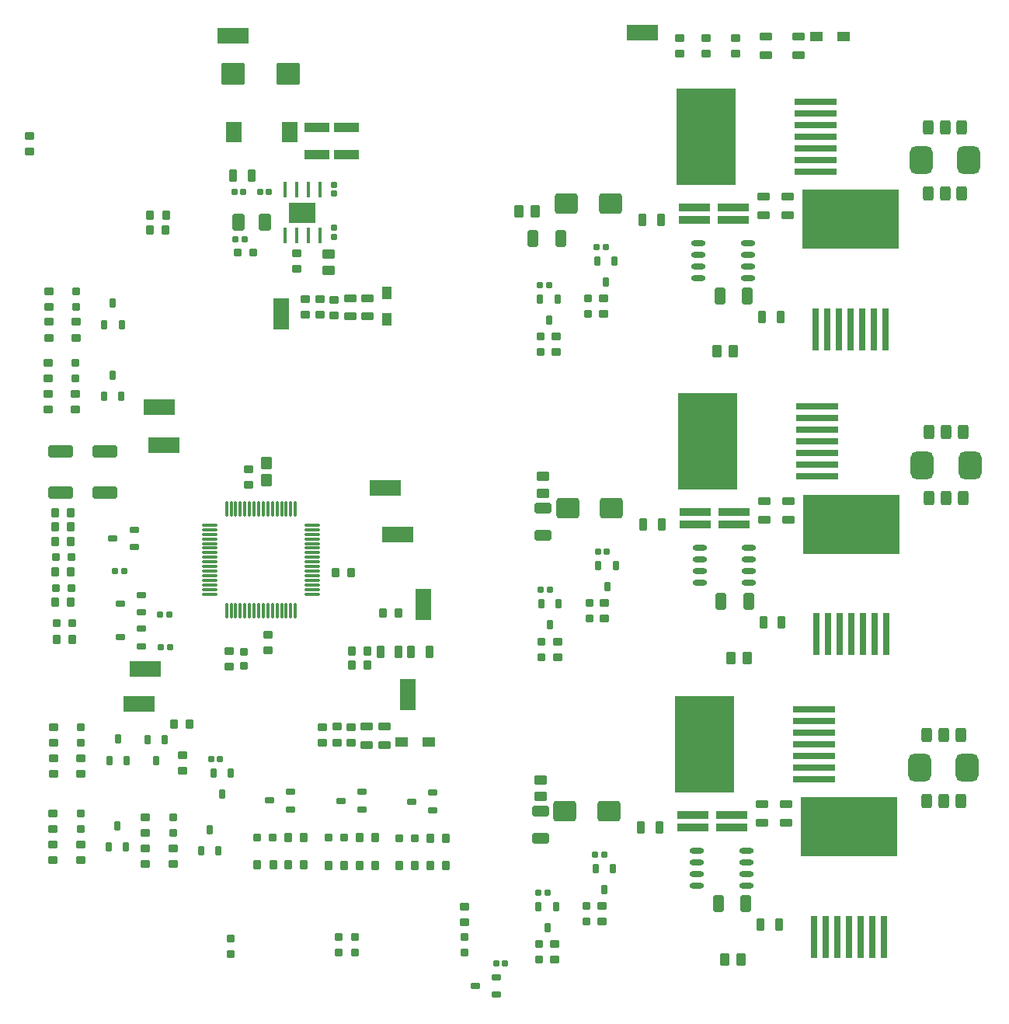
<source format=gtp>
G04 Layer_Color=8421504*
%FSLAX25Y25*%
%MOIN*%
G70*
G01*
G75*
G04:AMPARAMS|DCode=11|XSize=31.5mil|YSize=31.5mil|CornerRadius=3.94mil|HoleSize=0mil|Usage=FLASHONLY|Rotation=270.000|XOffset=0mil|YOffset=0mil|HoleType=Round|Shape=RoundedRectangle|*
%AMROUNDEDRECTD11*
21,1,0.03150,0.02362,0,0,270.0*
21,1,0.02362,0.03150,0,0,270.0*
1,1,0.00787,-0.01181,-0.01181*
1,1,0.00787,-0.01181,0.01181*
1,1,0.00787,0.01181,0.01181*
1,1,0.00787,0.01181,-0.01181*
%
%ADD11ROUNDEDRECTD11*%
G04:AMPARAMS|DCode=12|XSize=23.62mil|YSize=39.37mil|CornerRadius=2.95mil|HoleSize=0mil|Usage=FLASHONLY|Rotation=180.000|XOffset=0mil|YOffset=0mil|HoleType=Round|Shape=RoundedRectangle|*
%AMROUNDEDRECTD12*
21,1,0.02362,0.03347,0,0,180.0*
21,1,0.01772,0.03937,0,0,180.0*
1,1,0.00591,-0.00886,0.01673*
1,1,0.00591,0.00886,0.01673*
1,1,0.00591,0.00886,-0.01673*
1,1,0.00591,-0.00886,-0.01673*
%
%ADD12ROUNDEDRECTD12*%
G04:AMPARAMS|DCode=13|XSize=55.12mil|YSize=39.37mil|CornerRadius=4.92mil|HoleSize=0mil|Usage=FLASHONLY|Rotation=0.000|XOffset=0mil|YOffset=0mil|HoleType=Round|Shape=RoundedRectangle|*
%AMROUNDEDRECTD13*
21,1,0.05512,0.02953,0,0,0.0*
21,1,0.04528,0.03937,0,0,0.0*
1,1,0.00984,0.02264,-0.01476*
1,1,0.00984,-0.02264,-0.01476*
1,1,0.00984,-0.02264,0.01476*
1,1,0.00984,0.02264,0.01476*
%
%ADD13ROUNDEDRECTD13*%
G04:AMPARAMS|DCode=14|XSize=23.62mil|YSize=23.62mil|CornerRadius=2.36mil|HoleSize=0mil|Usage=FLASHONLY|Rotation=180.000|XOffset=0mil|YOffset=0mil|HoleType=Round|Shape=RoundedRectangle|*
%AMROUNDEDRECTD14*
21,1,0.02362,0.01890,0,0,180.0*
21,1,0.01890,0.02362,0,0,180.0*
1,1,0.00472,-0.00945,0.00945*
1,1,0.00472,0.00945,0.00945*
1,1,0.00472,0.00945,-0.00945*
1,1,0.00472,-0.00945,-0.00945*
%
%ADD14ROUNDEDRECTD14*%
G04:AMPARAMS|DCode=15|XSize=39.37mil|YSize=35.43mil|CornerRadius=4.43mil|HoleSize=0mil|Usage=FLASHONLY|Rotation=180.000|XOffset=0mil|YOffset=0mil|HoleType=Round|Shape=RoundedRectangle|*
%AMROUNDEDRECTD15*
21,1,0.03937,0.02658,0,0,180.0*
21,1,0.03051,0.03543,0,0,180.0*
1,1,0.00886,-0.01526,0.01329*
1,1,0.00886,0.01526,0.01329*
1,1,0.00886,0.01526,-0.01329*
1,1,0.00886,-0.01526,-0.01329*
%
%ADD15ROUNDEDRECTD15*%
G04:AMPARAMS|DCode=16|XSize=39.37mil|YSize=35.43mil|CornerRadius=4.43mil|HoleSize=0mil|Usage=FLASHONLY|Rotation=270.000|XOffset=0mil|YOffset=0mil|HoleType=Round|Shape=RoundedRectangle|*
%AMROUNDEDRECTD16*
21,1,0.03937,0.02658,0,0,270.0*
21,1,0.03051,0.03543,0,0,270.0*
1,1,0.00886,-0.01329,-0.01526*
1,1,0.00886,-0.01329,0.01526*
1,1,0.00886,0.01329,0.01526*
1,1,0.00886,0.01329,-0.01526*
%
%ADD16ROUNDEDRECTD16*%
G04:AMPARAMS|DCode=17|XSize=31.5mil|YSize=31.5mil|CornerRadius=3.94mil|HoleSize=0mil|Usage=FLASHONLY|Rotation=180.000|XOffset=0mil|YOffset=0mil|HoleType=Round|Shape=RoundedRectangle|*
%AMROUNDEDRECTD17*
21,1,0.03150,0.02362,0,0,180.0*
21,1,0.02362,0.03150,0,0,180.0*
1,1,0.00787,-0.01181,0.01181*
1,1,0.00787,0.01181,0.01181*
1,1,0.00787,0.01181,-0.01181*
1,1,0.00787,-0.01181,-0.01181*
%
%ADD17ROUNDEDRECTD17*%
G04:AMPARAMS|DCode=18|XSize=23.62mil|YSize=39.37mil|CornerRadius=2.95mil|HoleSize=0mil|Usage=FLASHONLY|Rotation=90.000|XOffset=0mil|YOffset=0mil|HoleType=Round|Shape=RoundedRectangle|*
%AMROUNDEDRECTD18*
21,1,0.02362,0.03347,0,0,90.0*
21,1,0.01772,0.03937,0,0,90.0*
1,1,0.00591,0.01673,0.00886*
1,1,0.00591,0.01673,-0.00886*
1,1,0.00591,-0.01673,-0.00886*
1,1,0.00591,-0.01673,0.00886*
%
%ADD18ROUNDEDRECTD18*%
G04:AMPARAMS|DCode=19|XSize=98.43mil|YSize=86.61mil|CornerRadius=10.83mil|HoleSize=0mil|Usage=FLASHONLY|Rotation=0.000|XOffset=0mil|YOffset=0mil|HoleType=Round|Shape=RoundedRectangle|*
%AMROUNDEDRECTD19*
21,1,0.09843,0.06496,0,0,0.0*
21,1,0.07677,0.08661,0,0,0.0*
1,1,0.02165,0.03839,-0.03248*
1,1,0.02165,-0.03839,-0.03248*
1,1,0.02165,-0.03839,0.03248*
1,1,0.02165,0.03839,0.03248*
%
%ADD19ROUNDEDRECTD19*%
%ADD22R,0.06700X0.08700*%
G04:AMPARAMS|DCode=23|XSize=70.87mil|YSize=51.18mil|CornerRadius=6.4mil|HoleSize=0mil|Usage=FLASHONLY|Rotation=90.000|XOffset=0mil|YOffset=0mil|HoleType=Round|Shape=RoundedRectangle|*
%AMROUNDEDRECTD23*
21,1,0.07087,0.03839,0,0,90.0*
21,1,0.05807,0.05118,0,0,90.0*
1,1,0.01280,0.01919,0.02904*
1,1,0.01280,0.01919,-0.02904*
1,1,0.01280,-0.01919,-0.02904*
1,1,0.01280,-0.01919,0.02904*
%
%ADD23ROUNDEDRECTD23*%
G04:AMPARAMS|DCode=24|XSize=23.62mil|YSize=23.62mil|CornerRadius=2.36mil|HoleSize=0mil|Usage=FLASHONLY|Rotation=90.000|XOffset=0mil|YOffset=0mil|HoleType=Round|Shape=RoundedRectangle|*
%AMROUNDEDRECTD24*
21,1,0.02362,0.01890,0,0,90.0*
21,1,0.01890,0.02362,0,0,90.0*
1,1,0.00472,0.00945,0.00945*
1,1,0.00472,0.00945,-0.00945*
1,1,0.00472,-0.00945,-0.00945*
1,1,0.00472,-0.00945,0.00945*
%
%ADD24ROUNDEDRECTD24*%
G04:AMPARAMS|DCode=25|XSize=51.18mil|YSize=31.5mil|CornerRadius=3.94mil|HoleSize=0mil|Usage=FLASHONLY|Rotation=90.000|XOffset=0mil|YOffset=0mil|HoleType=Round|Shape=RoundedRectangle|*
%AMROUNDEDRECTD25*
21,1,0.05118,0.02362,0,0,90.0*
21,1,0.04331,0.03150,0,0,90.0*
1,1,0.00787,0.01181,0.02165*
1,1,0.00787,0.01181,-0.02165*
1,1,0.00787,-0.01181,-0.02165*
1,1,0.00787,-0.01181,0.02165*
%
%ADD25ROUNDEDRECTD25*%
%ADD26R,0.10600X0.04400*%
%ADD27R,0.41260X0.25740*%
%ADD28R,0.03150X0.17913*%
%ADD29O,0.06299X0.02362*%
%ADD30R,0.13386X0.03543*%
G04:AMPARAMS|DCode=31|XSize=51.18mil|YSize=31.5mil|CornerRadius=3.94mil|HoleSize=0mil|Usage=FLASHONLY|Rotation=180.000|XOffset=0mil|YOffset=0mil|HoleType=Round|Shape=RoundedRectangle|*
%AMROUNDEDRECTD31*
21,1,0.05118,0.02362,0,0,180.0*
21,1,0.04331,0.03150,0,0,180.0*
1,1,0.00787,-0.02165,0.01181*
1,1,0.00787,0.02165,0.01181*
1,1,0.00787,0.02165,-0.01181*
1,1,0.00787,-0.02165,-0.01181*
%
%ADD31ROUNDEDRECTD31*%
G04:AMPARAMS|DCode=32|XSize=70.87mil|YSize=45.28mil|CornerRadius=5.66mil|HoleSize=0mil|Usage=FLASHONLY|Rotation=0.000|XOffset=0mil|YOffset=0mil|HoleType=Round|Shape=RoundedRectangle|*
%AMROUNDEDRECTD32*
21,1,0.07087,0.03396,0,0,0.0*
21,1,0.05955,0.04528,0,0,0.0*
1,1,0.01132,0.02977,-0.01698*
1,1,0.01132,-0.02977,-0.01698*
1,1,0.01132,-0.02977,0.01698*
1,1,0.01132,0.02977,0.01698*
%
%ADD32ROUNDEDRECTD32*%
G04:AMPARAMS|DCode=33|XSize=70.87mil|YSize=45.28mil|CornerRadius=5.66mil|HoleSize=0mil|Usage=FLASHONLY|Rotation=270.000|XOffset=0mil|YOffset=0mil|HoleType=Round|Shape=RoundedRectangle|*
%AMROUNDEDRECTD33*
21,1,0.07087,0.03396,0,0,270.0*
21,1,0.05955,0.04528,0,0,270.0*
1,1,0.01132,-0.01698,-0.02977*
1,1,0.01132,-0.01698,0.02977*
1,1,0.01132,0.01698,0.02977*
1,1,0.01132,0.01698,-0.02977*
%
%ADD33ROUNDEDRECTD33*%
%ADD34O,0.01181X0.07087*%
%ADD35O,0.07087X0.01181*%
G04:AMPARAMS|DCode=36|XSize=118.11mil|YSize=98.43mil|CornerRadius=24.61mil|HoleSize=0mil|Usage=FLASHONLY|Rotation=90.000|XOffset=0mil|YOffset=0mil|HoleType=Round|Shape=RoundedRectangle|*
%AMROUNDEDRECTD36*
21,1,0.11811,0.04921,0,0,90.0*
21,1,0.06890,0.09843,0,0,90.0*
1,1,0.04921,0.02461,0.03445*
1,1,0.04921,0.02461,-0.03445*
1,1,0.04921,-0.02461,-0.03445*
1,1,0.04921,-0.02461,0.03445*
%
%ADD36ROUNDEDRECTD36*%
G04:AMPARAMS|DCode=37|XSize=62.99mil|YSize=47.24mil|CornerRadius=11.81mil|HoleSize=0mil|Usage=FLASHONLY|Rotation=270.000|XOffset=0mil|YOffset=0mil|HoleType=Round|Shape=RoundedRectangle|*
%AMROUNDEDRECTD37*
21,1,0.06299,0.02362,0,0,270.0*
21,1,0.03937,0.04724,0,0,270.0*
1,1,0.02362,-0.01181,-0.01969*
1,1,0.02362,-0.01181,0.01969*
1,1,0.02362,0.01181,0.01969*
1,1,0.02362,0.01181,-0.01969*
%
%ADD37ROUNDEDRECTD37*%
%ADD38R,0.05276X0.03937*%
%ADD39R,0.25740X0.41260*%
%ADD40R,0.17913X0.03150*%
%ADD41R,0.03937X0.05276*%
G04:AMPARAMS|DCode=42|XSize=55.12mil|YSize=39.37mil|CornerRadius=4.92mil|HoleSize=0mil|Usage=FLASHONLY|Rotation=90.000|XOffset=0mil|YOffset=0mil|HoleType=Round|Shape=RoundedRectangle|*
%AMROUNDEDRECTD42*
21,1,0.05512,0.02953,0,0,90.0*
21,1,0.04528,0.03937,0,0,90.0*
1,1,0.00984,0.01476,0.02264*
1,1,0.00984,0.01476,-0.02264*
1,1,0.00984,-0.01476,-0.02264*
1,1,0.00984,-0.01476,0.02264*
%
%ADD42ROUNDEDRECTD42*%
G04:AMPARAMS|DCode=43|XSize=47.24mil|YSize=53.15mil|CornerRadius=5.91mil|HoleSize=0mil|Usage=FLASHONLY|Rotation=180.000|XOffset=0mil|YOffset=0mil|HoleType=Round|Shape=RoundedRectangle|*
%AMROUNDEDRECTD43*
21,1,0.04724,0.04134,0,0,180.0*
21,1,0.03543,0.05315,0,0,180.0*
1,1,0.01181,-0.01772,0.02067*
1,1,0.01181,0.01772,0.02067*
1,1,0.01181,0.01772,-0.02067*
1,1,0.01181,-0.01772,-0.02067*
%
%ADD43ROUNDEDRECTD43*%
G04:AMPARAMS|DCode=44|XSize=109.65mil|YSize=55.12mil|CornerRadius=13.78mil|HoleSize=0mil|Usage=FLASHONLY|Rotation=0.000|XOffset=0mil|YOffset=0mil|HoleType=Round|Shape=RoundedRectangle|*
%AMROUNDEDRECTD44*
21,1,0.10965,0.02756,0,0,0.0*
21,1,0.08209,0.05512,0,0,0.0*
1,1,0.02756,0.04104,-0.01378*
1,1,0.02756,-0.04104,-0.01378*
1,1,0.02756,-0.04104,0.01378*
1,1,0.02756,0.04104,0.01378*
%
%ADD44ROUNDEDRECTD44*%
%ADD45R,0.07087X0.13780*%
%ADD46R,0.13780X0.07087*%
G04:AMPARAMS|DCode=47|XSize=96.46mil|YSize=100.39mil|CornerRadius=9.65mil|HoleSize=0mil|Usage=FLASHONLY|Rotation=90.000|XOffset=0mil|YOffset=0mil|HoleType=Round|Shape=RoundedRectangle|*
%AMROUNDEDRECTD47*
21,1,0.09646,0.08110,0,0,90.0*
21,1,0.07717,0.10039,0,0,90.0*
1,1,0.01929,0.04055,0.03858*
1,1,0.01929,0.04055,-0.03858*
1,1,0.01929,-0.04055,-0.03858*
1,1,0.01929,-0.04055,0.03858*
%
%ADD47ROUNDEDRECTD47*%
%ADD85O,0.01562X0.07074*%
%ADD86R,0.11405X0.08649*%
D11*
X187600Y25500D02*
D03*
Y32193D02*
D03*
X67900Y302522D02*
D03*
Y309215D02*
D03*
X67700Y271800D02*
D03*
Y278493D02*
D03*
X70000Y115500D02*
D03*
Y122193D02*
D03*
X69800Y78400D02*
D03*
Y85093D02*
D03*
X109400Y76800D02*
D03*
Y83493D02*
D03*
X266600Y28993D02*
D03*
Y22300D02*
D03*
X287000Y45563D02*
D03*
Y38870D02*
D03*
X267700Y158900D02*
D03*
Y152207D02*
D03*
X288100Y175470D02*
D03*
Y168777D02*
D03*
X267249Y289647D02*
D03*
Y282954D02*
D03*
X287649Y306217D02*
D03*
Y299524D02*
D03*
X234600Y25354D02*
D03*
Y32046D02*
D03*
X180600Y25354D02*
D03*
Y32046D02*
D03*
X134200Y24854D02*
D03*
Y31547D02*
D03*
X139900Y148347D02*
D03*
Y154253D02*
D03*
D12*
X134340Y102528D02*
D03*
X126860D02*
D03*
X130600Y93472D02*
D03*
X83700Y303950D02*
D03*
X87440Y294895D02*
D03*
X79960D02*
D03*
X83500Y273228D02*
D03*
X87240Y264172D02*
D03*
X79760D02*
D03*
X85800Y116928D02*
D03*
X89540Y107872D02*
D03*
X82060D02*
D03*
X85600Y79828D02*
D03*
X89340Y70772D02*
D03*
X81860D02*
D03*
X125200Y78228D02*
D03*
X128940Y69172D02*
D03*
X121460D02*
D03*
X298372Y61489D02*
D03*
X290891D02*
D03*
X294632Y52434D02*
D03*
X273840Y45174D02*
D03*
X266360D02*
D03*
X270100Y36119D02*
D03*
X299472Y191396D02*
D03*
X291991D02*
D03*
X295731Y182341D02*
D03*
X274940Y175081D02*
D03*
X267460D02*
D03*
X271200Y166026D02*
D03*
X299021Y322143D02*
D03*
X291540D02*
D03*
X295280Y313087D02*
D03*
X274489Y305828D02*
D03*
X267009D02*
D03*
X270749Y296772D02*
D03*
X106040Y116728D02*
D03*
X98560D02*
D03*
X102300Y107672D02*
D03*
D13*
X176200Y318013D02*
D03*
Y325100D02*
D03*
X268080Y229643D02*
D03*
Y222557D02*
D03*
X267100Y99543D02*
D03*
Y92457D02*
D03*
D14*
X178700Y354900D02*
D03*
Y350963D02*
D03*
X178500Y336469D02*
D03*
Y332531D02*
D03*
D15*
X56100Y309115D02*
D03*
Y302422D02*
D03*
X67900Y289222D02*
D03*
Y295915D02*
D03*
X56100Y289222D02*
D03*
Y295915D02*
D03*
X55900Y278393D02*
D03*
Y271700D02*
D03*
X67700Y258500D02*
D03*
Y265193D02*
D03*
X55900Y258500D02*
D03*
Y265193D02*
D03*
X58200Y122093D02*
D03*
Y115400D02*
D03*
X70000Y102200D02*
D03*
Y108893D02*
D03*
X58200Y102200D02*
D03*
Y108893D02*
D03*
X58000Y84993D02*
D03*
Y78300D02*
D03*
X69800Y65100D02*
D03*
Y71793D02*
D03*
X58000Y65100D02*
D03*
Y71793D02*
D03*
X97600Y83393D02*
D03*
Y76700D02*
D03*
X109400Y63500D02*
D03*
Y70193D02*
D03*
X97600Y63500D02*
D03*
Y70193D02*
D03*
X162600Y325346D02*
D03*
Y318653D02*
D03*
X273300Y22300D02*
D03*
Y28993D02*
D03*
X293500Y38870D02*
D03*
Y45563D02*
D03*
X294600Y168777D02*
D03*
Y175470D02*
D03*
X274400Y152207D02*
D03*
Y158900D02*
D03*
X294149Y299524D02*
D03*
Y306217D02*
D03*
X273949Y282954D02*
D03*
Y289647D02*
D03*
X185900Y122146D02*
D03*
Y115454D02*
D03*
X179819Y122247D02*
D03*
Y115553D02*
D03*
X173702Y115454D02*
D03*
Y122146D02*
D03*
X172500Y305646D02*
D03*
Y298954D02*
D03*
X166300D02*
D03*
Y305646D02*
D03*
X178700Y305546D02*
D03*
Y298853D02*
D03*
X338349Y417846D02*
D03*
Y411154D02*
D03*
X326849D02*
D03*
Y417846D02*
D03*
X350849Y417846D02*
D03*
Y411154D02*
D03*
X234600Y38353D02*
D03*
Y45046D02*
D03*
X150200Y161646D02*
D03*
Y154954D02*
D03*
X141800Y225954D02*
D03*
Y232646D02*
D03*
X133600Y154647D02*
D03*
Y147953D02*
D03*
X47900Y369153D02*
D03*
Y375847D02*
D03*
X113700Y110170D02*
D03*
Y103477D02*
D03*
D16*
X145707Y63000D02*
D03*
X152400D02*
D03*
X165600Y74800D02*
D03*
X158907D02*
D03*
X165600Y63000D02*
D03*
X158907D02*
D03*
X176285Y62900D02*
D03*
X182978D02*
D03*
X196178Y74700D02*
D03*
X189485D02*
D03*
X196178Y62900D02*
D03*
X189485D02*
D03*
X206607Y62600D02*
D03*
X213300D02*
D03*
X226500Y74400D02*
D03*
X219807D02*
D03*
X226500Y62600D02*
D03*
X219807D02*
D03*
X109853Y123300D02*
D03*
X116546D02*
D03*
X66246Y159875D02*
D03*
X59553D02*
D03*
X58953Y188900D02*
D03*
X65646D02*
D03*
X58854Y175600D02*
D03*
X65547D02*
D03*
X179353Y188400D02*
D03*
X186047D02*
D03*
X186354Y154600D02*
D03*
X193046D02*
D03*
Y148595D02*
D03*
X186354D02*
D03*
X58891Y201600D02*
D03*
X65584D02*
D03*
X58892Y208000D02*
D03*
X65585D02*
D03*
X65584Y214200D02*
D03*
X58891D02*
D03*
X199453Y171200D02*
D03*
X206147D02*
D03*
X106400Y341700D02*
D03*
X99707D02*
D03*
X106300Y335400D02*
D03*
X99607D02*
D03*
D17*
X152300Y74800D02*
D03*
X145607D02*
D03*
X182878Y74700D02*
D03*
X176185D02*
D03*
X213200Y74400D02*
D03*
X206507D02*
D03*
X143793Y325700D02*
D03*
X137100D02*
D03*
X66300Y166700D02*
D03*
X59607D02*
D03*
X65893Y195100D02*
D03*
X59200D02*
D03*
X65900Y181900D02*
D03*
X59207D02*
D03*
D18*
X150872Y90600D02*
D03*
X159928Y94340D02*
D03*
Y86860D02*
D03*
X181450Y90500D02*
D03*
X190506Y94240D02*
D03*
Y86760D02*
D03*
X211772Y90200D02*
D03*
X220828Y93940D02*
D03*
Y86460D02*
D03*
X248128Y7360D02*
D03*
Y14840D02*
D03*
X239072Y11100D02*
D03*
X95928Y156860D02*
D03*
Y164340D02*
D03*
X86872Y160600D02*
D03*
X92728Y199260D02*
D03*
Y206740D02*
D03*
X83672Y203000D02*
D03*
X96028Y171260D02*
D03*
Y178740D02*
D03*
X86972Y175000D02*
D03*
D19*
X278300Y346800D02*
D03*
X297198D02*
D03*
X278751Y216054D02*
D03*
X297649D02*
D03*
X277651Y86146D02*
D03*
X296549D02*
D03*
D22*
X135700Y377400D02*
D03*
X159700D02*
D03*
D23*
X137391Y338900D02*
D03*
X148809D02*
D03*
D24*
X136331Y331500D02*
D03*
X140269D02*
D03*
X139669Y351700D02*
D03*
X135731D02*
D03*
X150669Y351695D02*
D03*
X146731D02*
D03*
X270069Y51147D02*
D03*
X266131D02*
D03*
X294568Y67461D02*
D03*
X290632D02*
D03*
X295669Y197369D02*
D03*
X291732D02*
D03*
X271168Y181053D02*
D03*
X267231D02*
D03*
X295217Y328115D02*
D03*
X291280D02*
D03*
X270717Y311800D02*
D03*
X266780D02*
D03*
X252037Y20700D02*
D03*
X248100D02*
D03*
X129668Y108300D02*
D03*
X125732D02*
D03*
X108268Y156500D02*
D03*
X104332D02*
D03*
X84531Y189053D02*
D03*
X88468D02*
D03*
X107919Y170400D02*
D03*
X103981D02*
D03*
D25*
X135363Y358800D02*
D03*
X143237D02*
D03*
X361663Y37272D02*
D03*
X369537D02*
D03*
X362763Y167179D02*
D03*
X370637D02*
D03*
X362312Y297925D02*
D03*
X370186D02*
D03*
X310226Y79146D02*
D03*
X318100D02*
D03*
X311326Y209053D02*
D03*
X319200D02*
D03*
X310875Y339800D02*
D03*
X318749D02*
D03*
X219537Y154500D02*
D03*
X211663D02*
D03*
X206337D02*
D03*
X198463D02*
D03*
D26*
X184000Y379400D02*
D03*
Y367600D02*
D03*
X171300Y379400D02*
D03*
Y367600D02*
D03*
D27*
X399600Y79284D02*
D03*
X400700Y209191D02*
D03*
X400249Y339938D02*
D03*
D28*
X414600Y32237D02*
D03*
X409600D02*
D03*
X404600D02*
D03*
X399600D02*
D03*
X394600D02*
D03*
X389600D02*
D03*
X384600D02*
D03*
X415700Y162144D02*
D03*
X410700D02*
D03*
X405700D02*
D03*
X400700D02*
D03*
X395700D02*
D03*
X390700D02*
D03*
X385700D02*
D03*
X415249Y292891D02*
D03*
X410249D02*
D03*
X405249D02*
D03*
X400249D02*
D03*
X395249D02*
D03*
X390249D02*
D03*
X385249D02*
D03*
D29*
X355553Y54146D02*
D03*
Y59146D02*
D03*
Y64147D02*
D03*
Y69147D02*
D03*
X334293Y54146D02*
D03*
Y59146D02*
D03*
Y64147D02*
D03*
Y69147D02*
D03*
X356653Y184054D02*
D03*
Y189053D02*
D03*
Y194053D02*
D03*
Y199054D02*
D03*
X335393Y184054D02*
D03*
Y189053D02*
D03*
Y194053D02*
D03*
Y199054D02*
D03*
X356202Y314800D02*
D03*
Y319800D02*
D03*
Y324800D02*
D03*
Y329800D02*
D03*
X334942Y314800D02*
D03*
Y319800D02*
D03*
Y324800D02*
D03*
Y329800D02*
D03*
D30*
X332600Y84406D02*
D03*
Y79091D02*
D03*
X349100Y84406D02*
D03*
Y79091D02*
D03*
X333700Y214313D02*
D03*
Y208998D02*
D03*
X350200Y214313D02*
D03*
Y208998D02*
D03*
X333249Y345060D02*
D03*
Y339745D02*
D03*
X349749Y345060D02*
D03*
Y339745D02*
D03*
D31*
X372423Y81209D02*
D03*
Y89083D02*
D03*
X373523Y211117D02*
D03*
Y218991D02*
D03*
X373072Y341863D02*
D03*
Y349737D02*
D03*
X363200Y211117D02*
D03*
Y218991D02*
D03*
X362749Y341863D02*
D03*
Y349737D02*
D03*
X362100Y81209D02*
D03*
Y89083D02*
D03*
X200200Y122337D02*
D03*
Y114463D02*
D03*
X192700Y122337D02*
D03*
Y114463D02*
D03*
X192800Y306137D02*
D03*
Y298263D02*
D03*
X185500Y306137D02*
D03*
Y298263D02*
D03*
X377849Y418437D02*
D03*
Y410563D02*
D03*
X363849Y418437D02*
D03*
Y410563D02*
D03*
D32*
X267100Y86206D02*
D03*
Y74395D02*
D03*
X268200Y216113D02*
D03*
Y204302D02*
D03*
D33*
X355306Y46300D02*
D03*
X343495D02*
D03*
X356405Y176207D02*
D03*
X344595D02*
D03*
X355954Y306954D02*
D03*
X344143D02*
D03*
X263995Y331600D02*
D03*
X275805D02*
D03*
D34*
X140310Y215850D02*
D03*
X142279D02*
D03*
X144247D02*
D03*
X146216D02*
D03*
X148184D02*
D03*
X150153D02*
D03*
X152121D02*
D03*
X154090D02*
D03*
X156058D02*
D03*
X158027D02*
D03*
X159995D02*
D03*
X161964D02*
D03*
X154090Y172150D02*
D03*
X152121D02*
D03*
X150153D02*
D03*
X148184D02*
D03*
X146216D02*
D03*
X144247D02*
D03*
X142279D02*
D03*
X140310D02*
D03*
X138342D02*
D03*
X136373D02*
D03*
X134405D02*
D03*
X132436D02*
D03*
X156058D02*
D03*
X158027D02*
D03*
X159995D02*
D03*
X161964D02*
D03*
X138342Y215850D02*
D03*
X136373D02*
D03*
X134405D02*
D03*
X132436D02*
D03*
D35*
X169050Y200890D02*
D03*
Y198921D02*
D03*
Y196953D02*
D03*
Y194984D02*
D03*
Y193016D02*
D03*
Y191047D02*
D03*
Y189079D02*
D03*
Y187110D02*
D03*
Y185142D02*
D03*
Y183173D02*
D03*
Y181205D02*
D03*
Y179236D02*
D03*
X125350Y187110D02*
D03*
Y189079D02*
D03*
Y191047D02*
D03*
Y193016D02*
D03*
Y194984D02*
D03*
Y196953D02*
D03*
Y198921D02*
D03*
Y200890D02*
D03*
Y202858D02*
D03*
Y204827D02*
D03*
Y206795D02*
D03*
Y208764D02*
D03*
Y185142D02*
D03*
Y183173D02*
D03*
Y181205D02*
D03*
Y179236D02*
D03*
X169050Y202858D02*
D03*
Y204827D02*
D03*
Y206795D02*
D03*
Y208764D02*
D03*
D36*
X450336Y104647D02*
D03*
X429864D02*
D03*
X451436Y234554D02*
D03*
X430964D02*
D03*
X450985Y365300D02*
D03*
X430513D02*
D03*
D37*
X432817Y118820D02*
D03*
X440100D02*
D03*
X447383D02*
D03*
Y90473D02*
D03*
X440100D02*
D03*
X432817D02*
D03*
X433917Y248727D02*
D03*
X441200D02*
D03*
X448484D02*
D03*
Y220380D02*
D03*
X441200D02*
D03*
X433917D02*
D03*
X433465Y379473D02*
D03*
X440749D02*
D03*
X448032D02*
D03*
Y351127D02*
D03*
X440749D02*
D03*
X433465D02*
D03*
D38*
X207691Y115800D02*
D03*
X219109D02*
D03*
X385640Y418500D02*
D03*
X397058D02*
D03*
D39*
X337628Y114812D02*
D03*
X338728Y244719D02*
D03*
X338276Y375465D02*
D03*
D40*
X384675Y129812D02*
D03*
Y124812D02*
D03*
Y119812D02*
D03*
Y114812D02*
D03*
Y109812D02*
D03*
Y104812D02*
D03*
Y99812D02*
D03*
X385775Y259719D02*
D03*
Y254719D02*
D03*
Y249719D02*
D03*
Y244719D02*
D03*
Y239719D02*
D03*
Y234719D02*
D03*
Y229719D02*
D03*
X385324Y390465D02*
D03*
Y385465D02*
D03*
Y380465D02*
D03*
Y375465D02*
D03*
Y370465D02*
D03*
Y365465D02*
D03*
Y360465D02*
D03*
D41*
X201200Y308409D02*
D03*
Y296991D02*
D03*
D42*
X356043Y151700D02*
D03*
X348957D02*
D03*
X257857Y343300D02*
D03*
X264943D02*
D03*
X349943Y283400D02*
D03*
X342857D02*
D03*
X353297Y22300D02*
D03*
X346210D02*
D03*
D43*
X149400Y235402D02*
D03*
Y227922D02*
D03*
D44*
X61178Y222642D02*
D03*
X80134D02*
D03*
Y240358D02*
D03*
X61178D02*
D03*
D45*
X155900Y299346D02*
D03*
X210200Y136100D02*
D03*
X216800Y174900D02*
D03*
D46*
X95000Y132100D02*
D03*
X97700Y147000D02*
D03*
X205900Y204700D02*
D03*
X200500Y224600D02*
D03*
X135300Y418700D02*
D03*
X310800Y420100D02*
D03*
X105600Y243000D02*
D03*
X103400Y259484D02*
D03*
D47*
X159009Y402400D02*
D03*
X135191D02*
D03*
D85*
X172500Y352743D02*
D03*
X167500D02*
D03*
X162500D02*
D03*
X157500D02*
D03*
Y333057D02*
D03*
X162500D02*
D03*
X167500D02*
D03*
X172500D02*
D03*
D86*
X165000Y342900D02*
D03*
M02*

</source>
